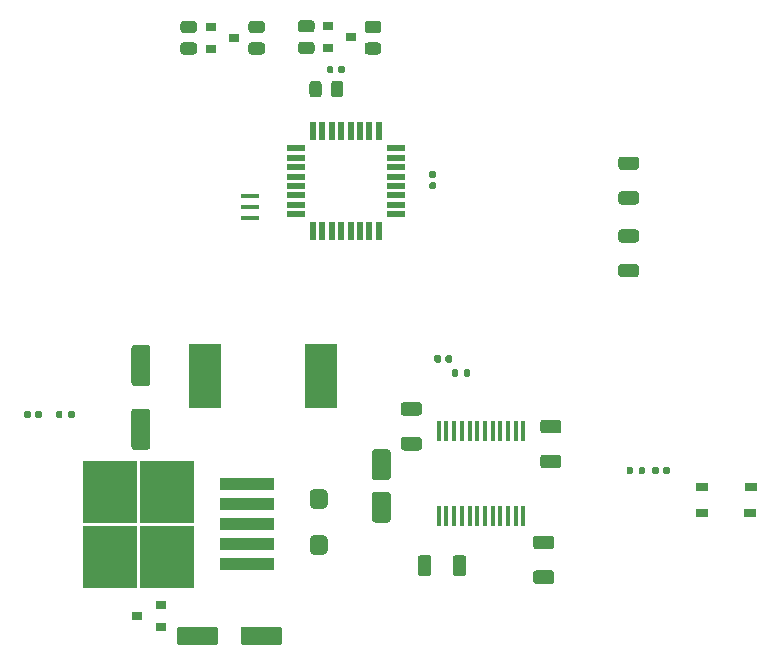
<source format=gbr>
%TF.GenerationSoftware,KiCad,Pcbnew,5.1.10*%
%TF.CreationDate,2021-11-02T21:36:03+05:45*%
%TF.ProjectId,RobotHat,526f626f-7448-4617-942e-6b696361645f,rev?*%
%TF.SameCoordinates,Original*%
%TF.FileFunction,Paste,Top*%
%TF.FilePolarity,Positive*%
%FSLAX46Y46*%
G04 Gerber Fmt 4.6, Leading zero omitted, Abs format (unit mm)*
G04 Created by KiCad (PCBNEW 5.1.10) date 2021-11-02 21:36:03*
%MOMM*%
%LPD*%
G01*
G04 APERTURE LIST*
%ADD10R,1.600000X0.300000*%
%ADD11R,0.900000X0.800000*%
%ADD12R,2.800000X5.400000*%
%ADD13R,1.050000X0.650000*%
%ADD14R,0.550000X1.600000*%
%ADD15R,1.600000X0.550000*%
%ADD16R,4.550000X5.250000*%
%ADD17R,4.600000X1.100000*%
%ADD18R,0.450000X1.750000*%
G04 APERTURE END LIST*
D10*
%TO.C,Y1*%
X71400000Y-65600000D03*
X71400000Y-64650000D03*
X71400000Y-63700000D03*
%TD*%
D11*
%TO.C,Q3*%
X70100000Y-50300000D03*
X68100000Y-51250000D03*
X68100000Y-49350000D03*
%TD*%
%TO.C,R10*%
G36*
G01*
X65799999Y-50700000D02*
X66700001Y-50700000D01*
G75*
G02*
X66950000Y-50949999I0J-249999D01*
G01*
X66950000Y-51475001D01*
G75*
G02*
X66700001Y-51725000I-249999J0D01*
G01*
X65799999Y-51725000D01*
G75*
G02*
X65550000Y-51475001I0J249999D01*
G01*
X65550000Y-50949999D01*
G75*
G02*
X65799999Y-50700000I249999J0D01*
G01*
G37*
G36*
G01*
X65799999Y-48875000D02*
X66700001Y-48875000D01*
G75*
G02*
X66950000Y-49124999I0J-249999D01*
G01*
X66950000Y-49650001D01*
G75*
G02*
X66700001Y-49900000I-249999J0D01*
G01*
X65799999Y-49900000D01*
G75*
G02*
X65550000Y-49650001I0J249999D01*
G01*
X65550000Y-49124999D01*
G75*
G02*
X65799999Y-48875000I249999J0D01*
G01*
G37*
%TD*%
%TO.C,R9*%
G36*
G01*
X75749999Y-50650000D02*
X76650001Y-50650000D01*
G75*
G02*
X76900000Y-50899999I0J-249999D01*
G01*
X76900000Y-51425001D01*
G75*
G02*
X76650001Y-51675000I-249999J0D01*
G01*
X75749999Y-51675000D01*
G75*
G02*
X75500000Y-51425001I0J249999D01*
G01*
X75500000Y-50899999D01*
G75*
G02*
X75749999Y-50650000I249999J0D01*
G01*
G37*
G36*
G01*
X75749999Y-48825000D02*
X76650001Y-48825000D01*
G75*
G02*
X76900000Y-49074999I0J-249999D01*
G01*
X76900000Y-49600001D01*
G75*
G02*
X76650001Y-49850000I-249999J0D01*
G01*
X75749999Y-49850000D01*
G75*
G02*
X75500000Y-49600001I0J249999D01*
G01*
X75500000Y-49074999D01*
G75*
G02*
X75749999Y-48825000I249999J0D01*
G01*
G37*
%TD*%
%TO.C,R8*%
G36*
G01*
X71549999Y-50700000D02*
X72450001Y-50700000D01*
G75*
G02*
X72700000Y-50949999I0J-249999D01*
G01*
X72700000Y-51475001D01*
G75*
G02*
X72450001Y-51725000I-249999J0D01*
G01*
X71549999Y-51725000D01*
G75*
G02*
X71300000Y-51475001I0J249999D01*
G01*
X71300000Y-50949999D01*
G75*
G02*
X71549999Y-50700000I249999J0D01*
G01*
G37*
G36*
G01*
X71549999Y-48875000D02*
X72450001Y-48875000D01*
G75*
G02*
X72700000Y-49124999I0J-249999D01*
G01*
X72700000Y-49650001D01*
G75*
G02*
X72450001Y-49900000I-249999J0D01*
G01*
X71549999Y-49900000D01*
G75*
G02*
X71300000Y-49650001I0J249999D01*
G01*
X71300000Y-49124999D01*
G75*
G02*
X71549999Y-48875000I249999J0D01*
G01*
G37*
%TD*%
%TO.C,R7*%
G36*
G01*
X81399999Y-50700000D02*
X82300001Y-50700000D01*
G75*
G02*
X82550000Y-50949999I0J-249999D01*
G01*
X82550000Y-51475001D01*
G75*
G02*
X82300001Y-51725000I-249999J0D01*
G01*
X81399999Y-51725000D01*
G75*
G02*
X81150000Y-51475001I0J249999D01*
G01*
X81150000Y-50949999D01*
G75*
G02*
X81399999Y-50700000I249999J0D01*
G01*
G37*
G36*
G01*
X81399999Y-48875000D02*
X82300001Y-48875000D01*
G75*
G02*
X82550000Y-49124999I0J-249999D01*
G01*
X82550000Y-49650001D01*
G75*
G02*
X82300001Y-49900000I-249999J0D01*
G01*
X81399999Y-49900000D01*
G75*
G02*
X81150000Y-49650001I0J249999D01*
G01*
X81150000Y-49124999D01*
G75*
G02*
X81399999Y-48875000I249999J0D01*
G01*
G37*
%TD*%
%TO.C,R3*%
G36*
G01*
X78300000Y-55100001D02*
X78300000Y-54199999D01*
G75*
G02*
X78549999Y-53950000I249999J0D01*
G01*
X79075001Y-53950000D01*
G75*
G02*
X79325000Y-54199999I0J-249999D01*
G01*
X79325000Y-55100001D01*
G75*
G02*
X79075001Y-55350000I-249999J0D01*
G01*
X78549999Y-55350000D01*
G75*
G02*
X78300000Y-55100001I0J249999D01*
G01*
G37*
G36*
G01*
X76475000Y-55100001D02*
X76475000Y-54199999D01*
G75*
G02*
X76724999Y-53950000I249999J0D01*
G01*
X77250001Y-53950000D01*
G75*
G02*
X77500000Y-54199999I0J-249999D01*
G01*
X77500000Y-55100001D01*
G75*
G02*
X77250001Y-55350000I-249999J0D01*
G01*
X76724999Y-55350000D01*
G75*
G02*
X76475000Y-55100001I0J249999D01*
G01*
G37*
%TD*%
%TO.C,C8*%
G36*
G01*
X83100000Y-87750000D02*
X82000000Y-87750000D01*
G75*
G02*
X81750000Y-87500000I0J250000D01*
G01*
X81750000Y-85400000D01*
G75*
G02*
X82000000Y-85150000I250000J0D01*
G01*
X83100000Y-85150000D01*
G75*
G02*
X83350000Y-85400000I0J-250000D01*
G01*
X83350000Y-87500000D01*
G75*
G02*
X83100000Y-87750000I-250000J0D01*
G01*
G37*
G36*
G01*
X83100000Y-91350000D02*
X82000000Y-91350000D01*
G75*
G02*
X81750000Y-91100000I0J250000D01*
G01*
X81750000Y-89000000D01*
G75*
G02*
X82000000Y-88750000I250000J0D01*
G01*
X83100000Y-88750000D01*
G75*
G02*
X83350000Y-89000000I0J-250000D01*
G01*
X83350000Y-91100000D01*
G75*
G02*
X83100000Y-91350000I-250000J0D01*
G01*
G37*
%TD*%
%TO.C,C5*%
G36*
G01*
X61650000Y-81700000D02*
X62750000Y-81700000D01*
G75*
G02*
X63000000Y-81950000I0J-250000D01*
G01*
X63000000Y-84950000D01*
G75*
G02*
X62750000Y-85200000I-250000J0D01*
G01*
X61650000Y-85200000D01*
G75*
G02*
X61400000Y-84950000I0J250000D01*
G01*
X61400000Y-81950000D01*
G75*
G02*
X61650000Y-81700000I250000J0D01*
G01*
G37*
G36*
G01*
X61650000Y-76300000D02*
X62750000Y-76300000D01*
G75*
G02*
X63000000Y-76550000I0J-250000D01*
G01*
X63000000Y-79550000D01*
G75*
G02*
X62750000Y-79800000I-250000J0D01*
G01*
X61650000Y-79800000D01*
G75*
G02*
X61400000Y-79550000I0J250000D01*
G01*
X61400000Y-76550000D01*
G75*
G02*
X61650000Y-76300000I250000J0D01*
G01*
G37*
%TD*%
%TO.C,C1*%
G36*
G01*
X68750000Y-100400000D02*
X68750000Y-101500000D01*
G75*
G02*
X68500000Y-101750000I-250000J0D01*
G01*
X65500000Y-101750000D01*
G75*
G02*
X65250000Y-101500000I0J250000D01*
G01*
X65250000Y-100400000D01*
G75*
G02*
X65500000Y-100150000I250000J0D01*
G01*
X68500000Y-100150000D01*
G75*
G02*
X68750000Y-100400000I0J-250000D01*
G01*
G37*
G36*
G01*
X74150000Y-100400000D02*
X74150000Y-101500000D01*
G75*
G02*
X73900000Y-101750000I-250000J0D01*
G01*
X70900000Y-101750000D01*
G75*
G02*
X70650000Y-101500000I0J250000D01*
G01*
X70650000Y-100400000D01*
G75*
G02*
X70900000Y-100150000I250000J0D01*
G01*
X73900000Y-100150000D01*
G75*
G02*
X74150000Y-100400000I0J-250000D01*
G01*
G37*
%TD*%
D12*
%TO.C,L1*%
X77450000Y-78900000D03*
X67650000Y-78900000D03*
%TD*%
D11*
%TO.C,Q2*%
X80000000Y-50250000D03*
X78000000Y-51200000D03*
X78000000Y-49300000D03*
%TD*%
D13*
%TO.C,SW1*%
X113800000Y-90525000D03*
X113825000Y-88375000D03*
X109675000Y-90525000D03*
X109675000Y-88375000D03*
%TD*%
%TO.C,R6*%
G36*
G01*
X89060000Y-78515000D02*
X89060000Y-78885000D01*
G75*
G02*
X88925000Y-79020000I-135000J0D01*
G01*
X88655000Y-79020000D01*
G75*
G02*
X88520000Y-78885000I0J135000D01*
G01*
X88520000Y-78515000D01*
G75*
G02*
X88655000Y-78380000I135000J0D01*
G01*
X88925000Y-78380000D01*
G75*
G02*
X89060000Y-78515000I0J-135000D01*
G01*
G37*
G36*
G01*
X90080000Y-78515000D02*
X90080000Y-78885000D01*
G75*
G02*
X89945000Y-79020000I-135000J0D01*
G01*
X89675000Y-79020000D01*
G75*
G02*
X89540000Y-78885000I0J135000D01*
G01*
X89540000Y-78515000D01*
G75*
G02*
X89675000Y-78380000I135000J0D01*
G01*
X89945000Y-78380000D01*
G75*
G02*
X90080000Y-78515000I0J-135000D01*
G01*
G37*
%TD*%
%TO.C,D4*%
G36*
G01*
X87610000Y-77327500D02*
X87610000Y-77672500D01*
G75*
G02*
X87462500Y-77820000I-147500J0D01*
G01*
X87167500Y-77820000D01*
G75*
G02*
X87020000Y-77672500I0J147500D01*
G01*
X87020000Y-77327500D01*
G75*
G02*
X87167500Y-77180000I147500J0D01*
G01*
X87462500Y-77180000D01*
G75*
G02*
X87610000Y-77327500I0J-147500D01*
G01*
G37*
G36*
G01*
X88580000Y-77327500D02*
X88580000Y-77672500D01*
G75*
G02*
X88432500Y-77820000I-147500J0D01*
G01*
X88137500Y-77820000D01*
G75*
G02*
X87990000Y-77672500I0J147500D01*
G01*
X87990000Y-77327500D01*
G75*
G02*
X88137500Y-77180000I147500J0D01*
G01*
X88432500Y-77180000D01*
G75*
G02*
X88580000Y-77327500I0J-147500D01*
G01*
G37*
%TD*%
D14*
%TO.C,U1*%
X76750000Y-58200000D03*
X77550000Y-58200000D03*
X78350000Y-58200000D03*
X79150000Y-58200000D03*
X79950000Y-58200000D03*
X80750000Y-58200000D03*
X81550000Y-58200000D03*
X82350000Y-58200000D03*
D15*
X83800000Y-59650000D03*
X83800000Y-60450000D03*
X83800000Y-61250000D03*
X83800000Y-62050000D03*
X83800000Y-62850000D03*
X83800000Y-63650000D03*
X83800000Y-64450000D03*
X83800000Y-65250000D03*
D14*
X82350000Y-66700000D03*
X81550000Y-66700000D03*
X80750000Y-66700000D03*
X79950000Y-66700000D03*
X79150000Y-66700000D03*
X78350000Y-66700000D03*
X77550000Y-66700000D03*
X76750000Y-66700000D03*
D15*
X75300000Y-65250000D03*
X75300000Y-64450000D03*
X75300000Y-63650000D03*
X75300000Y-62850000D03*
X75300000Y-62050000D03*
X75300000Y-61250000D03*
X75300000Y-60450000D03*
X75300000Y-59650000D03*
%TD*%
D11*
%TO.C,Q1*%
X61900000Y-99250000D03*
X63900000Y-98300000D03*
X63900000Y-100200000D03*
%TD*%
%TO.C,D1*%
G36*
G01*
X77630000Y-90190000D02*
X76870000Y-90190000D01*
G75*
G02*
X76490000Y-89810000I0J380000D01*
G01*
X76490000Y-88890000D01*
G75*
G02*
X76870000Y-88510000I380000J0D01*
G01*
X77630000Y-88510000D01*
G75*
G02*
X78010000Y-88890000I0J-380000D01*
G01*
X78010000Y-89810000D01*
G75*
G02*
X77630000Y-90190000I-380000J0D01*
G01*
G37*
G36*
G01*
X77630000Y-94090000D02*
X76870000Y-94090000D01*
G75*
G02*
X76490000Y-93710000I0J380000D01*
G01*
X76490000Y-92790000D01*
G75*
G02*
X76870000Y-92410000I380000J0D01*
G01*
X77630000Y-92410000D01*
G75*
G02*
X78010000Y-92790000I0J-380000D01*
G01*
X78010000Y-93710000D01*
G75*
G02*
X77630000Y-94090000I-380000J0D01*
G01*
G37*
%TD*%
%TO.C,R5*%
G36*
G01*
X55560000Y-82015000D02*
X55560000Y-82385000D01*
G75*
G02*
X55425000Y-82520000I-135000J0D01*
G01*
X55155000Y-82520000D01*
G75*
G02*
X55020000Y-82385000I0J135000D01*
G01*
X55020000Y-82015000D01*
G75*
G02*
X55155000Y-81880000I135000J0D01*
G01*
X55425000Y-81880000D01*
G75*
G02*
X55560000Y-82015000I0J-135000D01*
G01*
G37*
G36*
G01*
X56580000Y-82015000D02*
X56580000Y-82385000D01*
G75*
G02*
X56445000Y-82520000I-135000J0D01*
G01*
X56175000Y-82520000D01*
G75*
G02*
X56040000Y-82385000I0J135000D01*
G01*
X56040000Y-82015000D01*
G75*
G02*
X56175000Y-81880000I135000J0D01*
G01*
X56445000Y-81880000D01*
G75*
G02*
X56580000Y-82015000I0J-135000D01*
G01*
G37*
%TD*%
%TO.C,D3*%
G36*
G01*
X53255000Y-82372500D02*
X53255000Y-82027500D01*
G75*
G02*
X53402500Y-81880000I147500J0D01*
G01*
X53697500Y-81880000D01*
G75*
G02*
X53845000Y-82027500I0J-147500D01*
G01*
X53845000Y-82372500D01*
G75*
G02*
X53697500Y-82520000I-147500J0D01*
G01*
X53402500Y-82520000D01*
G75*
G02*
X53255000Y-82372500I0J147500D01*
G01*
G37*
G36*
G01*
X52285000Y-82372500D02*
X52285000Y-82027500D01*
G75*
G02*
X52432500Y-81880000I147500J0D01*
G01*
X52727500Y-81880000D01*
G75*
G02*
X52875000Y-82027500I0J-147500D01*
G01*
X52875000Y-82372500D01*
G75*
G02*
X52727500Y-82520000I-147500J0D01*
G01*
X52432500Y-82520000D01*
G75*
G02*
X52285000Y-82372500I0J147500D01*
G01*
G37*
%TD*%
%TO.C,C11*%
G36*
G01*
X85750001Y-82300000D02*
X84449999Y-82300000D01*
G75*
G02*
X84200000Y-82050001I0J249999D01*
G01*
X84200000Y-81399999D01*
G75*
G02*
X84449999Y-81150000I249999J0D01*
G01*
X85750001Y-81150000D01*
G75*
G02*
X86000000Y-81399999I0J-249999D01*
G01*
X86000000Y-82050001D01*
G75*
G02*
X85750001Y-82300000I-249999J0D01*
G01*
G37*
G36*
G01*
X85750001Y-85250000D02*
X84449999Y-85250000D01*
G75*
G02*
X84200000Y-85000001I0J249999D01*
G01*
X84200000Y-84349999D01*
G75*
G02*
X84449999Y-84100000I249999J0D01*
G01*
X85750001Y-84100000D01*
G75*
G02*
X86000000Y-84349999I0J-249999D01*
G01*
X86000000Y-85000001D01*
G75*
G02*
X85750001Y-85250000I-249999J0D01*
G01*
G37*
%TD*%
%TO.C,C10*%
G36*
G01*
X95649999Y-95400000D02*
X96950001Y-95400000D01*
G75*
G02*
X97200000Y-95649999I0J-249999D01*
G01*
X97200000Y-96300001D01*
G75*
G02*
X96950001Y-96550000I-249999J0D01*
G01*
X95649999Y-96550000D01*
G75*
G02*
X95400000Y-96300001I0J249999D01*
G01*
X95400000Y-95649999D01*
G75*
G02*
X95649999Y-95400000I249999J0D01*
G01*
G37*
G36*
G01*
X95649999Y-92450000D02*
X96950001Y-92450000D01*
G75*
G02*
X97200000Y-92699999I0J-249999D01*
G01*
X97200000Y-93350001D01*
G75*
G02*
X96950001Y-93600000I-249999J0D01*
G01*
X95649999Y-93600000D01*
G75*
G02*
X95400000Y-93350001I0J249999D01*
G01*
X95400000Y-92699999D01*
G75*
G02*
X95649999Y-92450000I249999J0D01*
G01*
G37*
%TD*%
%TO.C,C9*%
G36*
G01*
X88600000Y-95650001D02*
X88600000Y-94349999D01*
G75*
G02*
X88849999Y-94100000I249999J0D01*
G01*
X89500001Y-94100000D01*
G75*
G02*
X89750000Y-94349999I0J-249999D01*
G01*
X89750000Y-95650001D01*
G75*
G02*
X89500001Y-95900000I-249999J0D01*
G01*
X88849999Y-95900000D01*
G75*
G02*
X88600000Y-95650001I0J249999D01*
G01*
G37*
G36*
G01*
X85650000Y-95650001D02*
X85650000Y-94349999D01*
G75*
G02*
X85899999Y-94100000I249999J0D01*
G01*
X86550001Y-94100000D01*
G75*
G02*
X86800000Y-94349999I0J-249999D01*
G01*
X86800000Y-95650001D01*
G75*
G02*
X86550001Y-95900000I-249999J0D01*
G01*
X85899999Y-95900000D01*
G75*
G02*
X85650000Y-95650001I0J249999D01*
G01*
G37*
%TD*%
%TO.C,C7*%
G36*
G01*
X96249999Y-85600000D02*
X97550001Y-85600000D01*
G75*
G02*
X97800000Y-85849999I0J-249999D01*
G01*
X97800000Y-86500001D01*
G75*
G02*
X97550001Y-86750000I-249999J0D01*
G01*
X96249999Y-86750000D01*
G75*
G02*
X96000000Y-86500001I0J249999D01*
G01*
X96000000Y-85849999D01*
G75*
G02*
X96249999Y-85600000I249999J0D01*
G01*
G37*
G36*
G01*
X96249999Y-82650000D02*
X97550001Y-82650000D01*
G75*
G02*
X97800000Y-82899999I0J-249999D01*
G01*
X97800000Y-83550001D01*
G75*
G02*
X97550001Y-83800000I-249999J0D01*
G01*
X96249999Y-83800000D01*
G75*
G02*
X96000000Y-83550001I0J249999D01*
G01*
X96000000Y-82899999D01*
G75*
G02*
X96249999Y-82650000I249999J0D01*
G01*
G37*
%TD*%
%TO.C,C3*%
G36*
G01*
X78900000Y-53170000D02*
X78900000Y-52830000D01*
G75*
G02*
X79040000Y-52690000I140000J0D01*
G01*
X79320000Y-52690000D01*
G75*
G02*
X79460000Y-52830000I0J-140000D01*
G01*
X79460000Y-53170000D01*
G75*
G02*
X79320000Y-53310000I-140000J0D01*
G01*
X79040000Y-53310000D01*
G75*
G02*
X78900000Y-53170000I0J140000D01*
G01*
G37*
G36*
G01*
X77940000Y-53170000D02*
X77940000Y-52830000D01*
G75*
G02*
X78080000Y-52690000I140000J0D01*
G01*
X78360000Y-52690000D01*
G75*
G02*
X78500000Y-52830000I0J-140000D01*
G01*
X78500000Y-53170000D01*
G75*
G02*
X78360000Y-53310000I-140000J0D01*
G01*
X78080000Y-53310000D01*
G75*
G02*
X77940000Y-53170000I0J140000D01*
G01*
G37*
%TD*%
%TO.C,C6*%
G36*
G01*
X86730000Y-62550000D02*
X87070000Y-62550000D01*
G75*
G02*
X87210000Y-62690000I0J-140000D01*
G01*
X87210000Y-62970000D01*
G75*
G02*
X87070000Y-63110000I-140000J0D01*
G01*
X86730000Y-63110000D01*
G75*
G02*
X86590000Y-62970000I0J140000D01*
G01*
X86590000Y-62690000D01*
G75*
G02*
X86730000Y-62550000I140000J0D01*
G01*
G37*
G36*
G01*
X86730000Y-61590000D02*
X87070000Y-61590000D01*
G75*
G02*
X87210000Y-61730000I0J-140000D01*
G01*
X87210000Y-62010000D01*
G75*
G02*
X87070000Y-62150000I-140000J0D01*
G01*
X86730000Y-62150000D01*
G75*
G02*
X86590000Y-62010000I0J140000D01*
G01*
X86590000Y-61730000D01*
G75*
G02*
X86730000Y-61590000I140000J0D01*
G01*
G37*
%TD*%
%TO.C,R2*%
G36*
G01*
X102874999Y-63300000D02*
X104125001Y-63300000D01*
G75*
G02*
X104375000Y-63549999I0J-249999D01*
G01*
X104375000Y-64175001D01*
G75*
G02*
X104125001Y-64425000I-249999J0D01*
G01*
X102874999Y-64425000D01*
G75*
G02*
X102625000Y-64175001I0J249999D01*
G01*
X102625000Y-63549999D01*
G75*
G02*
X102874999Y-63300000I249999J0D01*
G01*
G37*
G36*
G01*
X102874999Y-60375000D02*
X104125001Y-60375000D01*
G75*
G02*
X104375000Y-60624999I0J-249999D01*
G01*
X104375000Y-61250001D01*
G75*
G02*
X104125001Y-61500000I-249999J0D01*
G01*
X102874999Y-61500000D01*
G75*
G02*
X102625000Y-61250001I0J249999D01*
G01*
X102625000Y-60624999D01*
G75*
G02*
X102874999Y-60375000I249999J0D01*
G01*
G37*
%TD*%
%TO.C,R1*%
G36*
G01*
X104125001Y-67650000D02*
X102874999Y-67650000D01*
G75*
G02*
X102625000Y-67400001I0J249999D01*
G01*
X102625000Y-66774999D01*
G75*
G02*
X102874999Y-66525000I249999J0D01*
G01*
X104125001Y-66525000D01*
G75*
G02*
X104375000Y-66774999I0J-249999D01*
G01*
X104375000Y-67400001D01*
G75*
G02*
X104125001Y-67650000I-249999J0D01*
G01*
G37*
G36*
G01*
X104125001Y-70575000D02*
X102874999Y-70575000D01*
G75*
G02*
X102625000Y-70325001I0J249999D01*
G01*
X102625000Y-69699999D01*
G75*
G02*
X102874999Y-69450000I249999J0D01*
G01*
X104125001Y-69450000D01*
G75*
G02*
X104375000Y-69699999I0J-249999D01*
G01*
X104375000Y-70325001D01*
G75*
G02*
X104125001Y-70575000I-249999J0D01*
G01*
G37*
%TD*%
D16*
%TO.C,U2*%
X64450000Y-88725000D03*
X59600000Y-94275000D03*
X64450000Y-94275000D03*
X59600000Y-88725000D03*
D17*
X71175000Y-88100000D03*
X71175000Y-89800000D03*
X71175000Y-91500000D03*
X71175000Y-93200000D03*
X71175000Y-94900000D03*
%TD*%
D18*
%TO.C,U3*%
X87425000Y-83600000D03*
X88075000Y-83600000D03*
X88725000Y-83600000D03*
X89375000Y-83600000D03*
X90025000Y-83600000D03*
X90675000Y-83600000D03*
X91325000Y-83600000D03*
X91975000Y-83600000D03*
X92625000Y-83600000D03*
X93275000Y-83600000D03*
X93925000Y-83600000D03*
X94575000Y-83600000D03*
X94575000Y-90800000D03*
X93925000Y-90800000D03*
X93275000Y-90800000D03*
X92625000Y-90800000D03*
X91975000Y-90800000D03*
X91325000Y-90800000D03*
X90675000Y-90800000D03*
X90025000Y-90800000D03*
X89375000Y-90800000D03*
X88725000Y-90800000D03*
X88075000Y-90800000D03*
X87425000Y-90800000D03*
%TD*%
%TO.C,R4*%
G36*
G01*
X104340000Y-87135000D02*
X104340000Y-86765000D01*
G75*
G02*
X104475000Y-86630000I135000J0D01*
G01*
X104745000Y-86630000D01*
G75*
G02*
X104880000Y-86765000I0J-135000D01*
G01*
X104880000Y-87135000D01*
G75*
G02*
X104745000Y-87270000I-135000J0D01*
G01*
X104475000Y-87270000D01*
G75*
G02*
X104340000Y-87135000I0J135000D01*
G01*
G37*
G36*
G01*
X103320000Y-87135000D02*
X103320000Y-86765000D01*
G75*
G02*
X103455000Y-86630000I135000J0D01*
G01*
X103725000Y-86630000D01*
G75*
G02*
X103860000Y-86765000I0J-135000D01*
G01*
X103860000Y-87135000D01*
G75*
G02*
X103725000Y-87270000I-135000J0D01*
G01*
X103455000Y-87270000D01*
G75*
G02*
X103320000Y-87135000I0J135000D01*
G01*
G37*
%TD*%
%TO.C,D2*%
G36*
G01*
X106045000Y-86777500D02*
X106045000Y-87122500D01*
G75*
G02*
X105897500Y-87270000I-147500J0D01*
G01*
X105602500Y-87270000D01*
G75*
G02*
X105455000Y-87122500I0J147500D01*
G01*
X105455000Y-86777500D01*
G75*
G02*
X105602500Y-86630000I147500J0D01*
G01*
X105897500Y-86630000D01*
G75*
G02*
X106045000Y-86777500I0J-147500D01*
G01*
G37*
G36*
G01*
X107015000Y-86777500D02*
X107015000Y-87122500D01*
G75*
G02*
X106867500Y-87270000I-147500J0D01*
G01*
X106572500Y-87270000D01*
G75*
G02*
X106425000Y-87122500I0J147500D01*
G01*
X106425000Y-86777500D01*
G75*
G02*
X106572500Y-86630000I147500J0D01*
G01*
X106867500Y-86630000D01*
G75*
G02*
X107015000Y-86777500I0J-147500D01*
G01*
G37*
%TD*%
M02*

</source>
